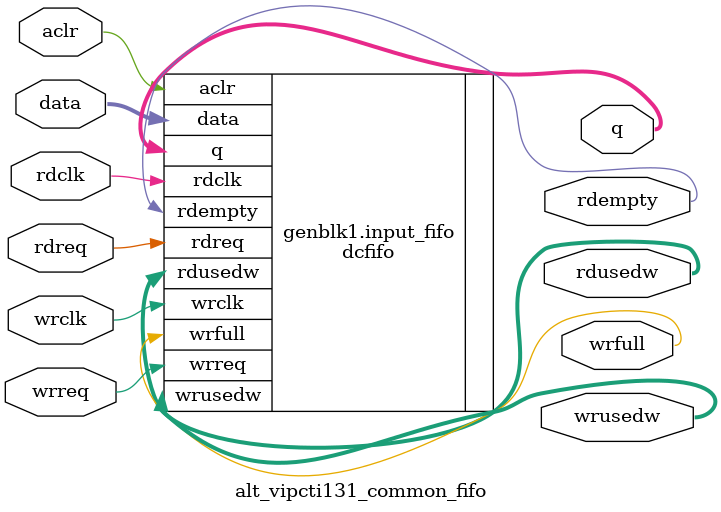
<source format=v>
module alt_vipcti131_common_fifo(
    wrclk,
    rdreq,
    aclr,
    rdclk,
    wrreq,
    data,
    rdusedw,
    rdempty,
    wrusedw,
    wrfull,
    q);

function integer alt_clogb2;
  input [31:0] value;
  integer i;
  begin
    alt_clogb2 = 32;
    for (i=31; i>0; i=i-1) begin
      if (2**i>=value)
        alt_clogb2 = i;
    end
  end
endfunction

parameter DATA_WIDTH = 20;
parameter FIFO_DEPTH = 1920;
parameter CLOCKS_ARE_SAME = 0;

parameter DATA_WIDTHU = alt_clogb2(FIFO_DEPTH);    

input wrclk;
input rdreq;
input aclr;
input rdclk;
input wrreq;
input [DATA_WIDTH-1:0] data;
output [DATA_WIDTHU-1:0] rdusedw;
output rdempty;
output [DATA_WIDTHU-1:0] wrusedw;
output wrfull;
output [DATA_WIDTH-1:0] q;

generate
    if(CLOCKS_ARE_SAME) begin
        assign rdusedw = wrusedw;
        
        scfifo input_fifo(
		    .rdreq(rdreq),
            .aclr(aclr),
			.clock(wrclk),
			.wrreq(wrreq),
			.data(data),
			.empty(rdempty),
			.full(wrfull),
            .usedw(wrusedw),
            .q(q));

        defparam
		    input_fifo.add_ram_output_register = "OFF",
            input_fifo.lpm_hint = "MAXIMIZE_SPEED=7,",      
            input_fifo.lpm_numwords = FIFO_DEPTH,
            input_fifo.lpm_showahead = "OFF",
            input_fifo.lpm_type = "scfifo",
            input_fifo.lpm_width = DATA_WIDTH,
            input_fifo.lpm_widthu = DATA_WIDTHU,
            input_fifo.overflow_checking = "OFF",
            input_fifo.underflow_checking = "OFF",
            input_fifo.use_eab = "ON";
    end else begin
        dcfifo input_fifo(
            .wrclk(wrclk),
            .rdreq(rdreq),
            .aclr(aclr),
            .rdclk(rdclk),
            .wrreq(wrreq),
            .data(data),
            .rdusedw(rdusedw),
            .rdempty(rdempty),
            .wrfull(wrfull),
            .wrusedw(wrusedw),
            .q(q));

        defparam
            input_fifo.lpm_hint = "MAXIMIZE_SPEED=7,",
            input_fifo.lpm_numwords = FIFO_DEPTH,
            input_fifo.lpm_showahead = "OFF",
            input_fifo.lpm_type = "dcfifo",
            input_fifo.lpm_width = DATA_WIDTH,
            input_fifo.lpm_widthu = DATA_WIDTHU,
            input_fifo.overflow_checking = "OFF",
            input_fifo.rdsync_delaypipe = 5,
            input_fifo.underflow_checking = "OFF",
            input_fifo.use_eab = "ON",
            input_fifo.wrsync_delaypipe = 5,
            input_fifo.read_aclr_synch = "ON";
    end
endgenerate

endmodule

</source>
